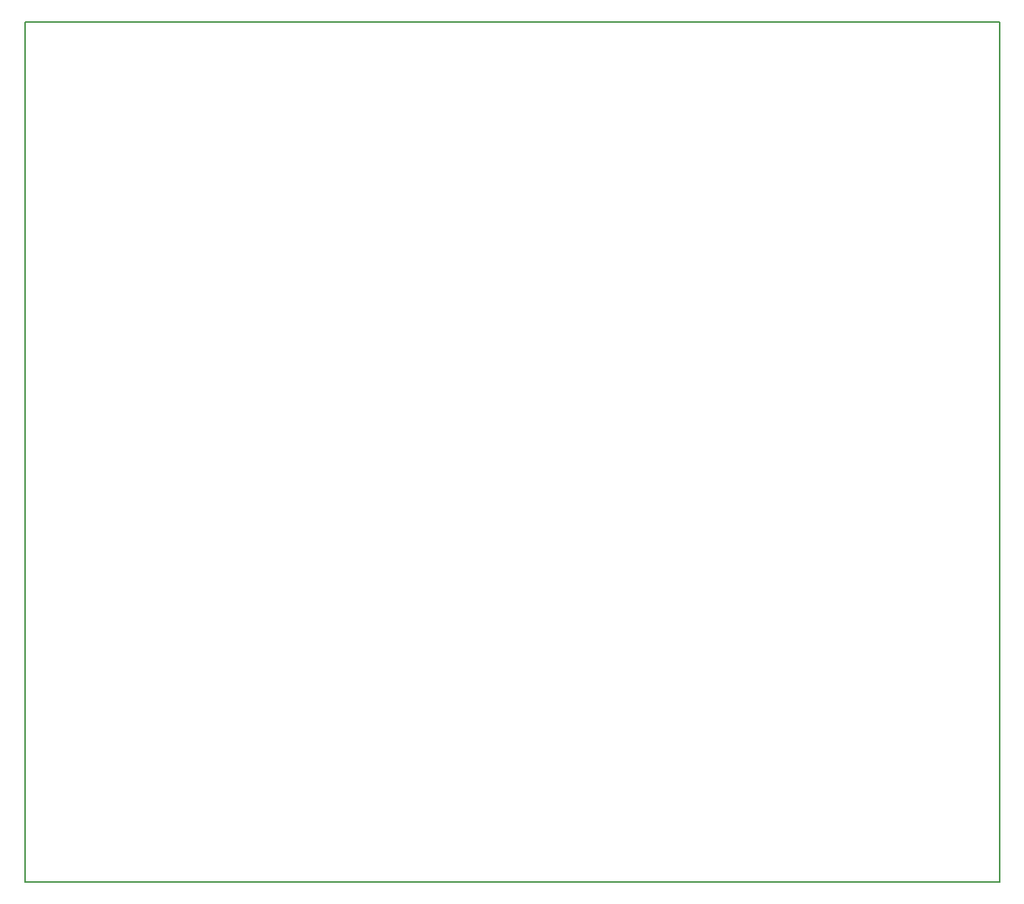
<source format=gbr>
G04 DipTrace 2.1.0.0*
%INBoard Outline.gbr*%
%MOIN*%
%ADD10C,0.01*%
%ADD11C,0.006*%
%ADD12C,0.003*%
%ADD13C,0.016*%
%ADD14C,0.008*%
%ADD15C,0.039*%
%ADD16C,0.012*%
%ADD17C,0.02*%
%ADD18C,0.06*%
%ADD19C,0.15*%
%ADD20C,0.05*%
%ADD21C,0.125*%
%ADD22C,0.1*%
%ADD23C,0.025*%
%ADD24C,0.013*%
%ADD25R,0.1063X0.063*%
%ADD26R,0.0591X0.0512*%
%ADD27R,0.0512X0.0591*%
%ADD28R,0.063X0.1063*%
%ADD29R,0.05X0.06*%
%ADD30R,0.06X0.05*%
%ADD31R,0.1X0.1*%
%ADD32R,0.0591X0.0591*%
%ADD33C,0.0591*%
%ADD34R,0.0827X0.0197*%
%ADD35R,0.0827X0.0591*%
%ADD36R,0.125X0.125*%
%ADD37C,0.1*%
%ADD38R,0.06X0.06*%
%ADD39R,0.071X0.14*%
%ADD40R,0.0551X0.0177*%
%ADD41R,0.0177X0.0551*%
%ADD42R,0.04X0.025*%
%ADD43R,0.012X0.065*%
%ADD44R,0.0827X0.0157*%
%ADD45R,0.09X0.056*%
%ADD46R,0.1X0.056*%
%ADD47R,0.0197X0.0827*%
%ADD48R,0.0591X0.0827*%
%ADD49R,0.0157X0.0827*%
%ADD50C,0.031*%
%ADD51C,0.019*%
%ADD52C,0.035*%
%ADD53C,0.095*%
%ADD54C,0.12*%
%ADD55C,0.11*%
%ADD56C,0.067*%
%ADD57C,0.0354*%
%ADD58C,0.063*%
%ADD59C,0.038*%
%ADD60C,0.023*%
%ADD61C,0.058*%
%ADD62C,0.042*%
%ADD63R,0.0237X0.0907*%
%ADD64R,0.0077X0.0747*%
%ADD65R,0.0671X0.0907*%
%ADD66R,0.0511X0.0747*%
%ADD67R,0.0277X0.0907*%
%ADD68R,0.0117X0.0747*%
%ADD69R,0.108X0.064*%
%ADD70R,0.092X0.048*%
%ADD71R,0.098X0.064*%
%ADD72R,0.082X0.048*%
%ADD73R,0.0907X0.0237*%
%ADD74R,0.0747X0.0077*%
%ADD75R,0.02X0.073*%
%ADD76R,0.004X0.057*%
%ADD77R,0.048X0.033*%
%ADD78R,0.032X0.017*%
%ADD79R,0.0257X0.0631*%
%ADD80R,0.0097X0.0471*%
%ADD81R,0.0631X0.0257*%
%ADD82R,0.0471X0.0097*%
%ADD83R,0.079X0.148*%
%ADD84R,0.063X0.132*%
%ADD85R,0.068X0.068*%
%ADD86R,0.052X0.052*%
%ADD87C,0.068*%
%ADD88C,0.052*%
%ADD89C,0.108*%
%ADD90C,0.092*%
%ADD91R,0.133X0.133*%
%ADD92R,0.117X0.117*%
%ADD93R,0.0907X0.0671*%
%ADD94R,0.0747X0.0511*%
%ADD95R,0.0907X0.0277*%
%ADD96R,0.0747X0.0117*%
%ADD97C,0.0671*%
%ADD98C,0.0511*%
%ADD99R,0.0671X0.0671*%
%ADD100R,0.0511X0.0511*%
%ADD101C,0.108*%
%ADD102C,0.092*%
%ADD103R,0.108X0.108*%
%ADD104R,0.092X0.092*%
%ADD105R,0.068X0.058*%
%ADD106R,0.052X0.042*%
%ADD107R,0.058X0.068*%
%ADD108R,0.042X0.052*%
%ADD109R,0.071X0.1143*%
%ADD110R,0.055X0.0983*%
%ADD111R,0.0592X0.0671*%
%ADD112R,0.0432X0.0511*%
%ADD113R,0.0671X0.0592*%
%ADD114R,0.0511X0.0432*%
%ADD115R,0.1143X0.071*%
%ADD116R,0.0983X0.055*%
%ADD117C,0.0062*%
%ADD118C,0.0124*%
%ADD119C,0.0077*%
%FSLAX44Y44*%
%SFA1B1*%
%OFA0B0*%
G04*
G70*
G90*
G75*
G01*
%LNBoardOutline*%
%LPD*%
X3940Y3940D2*
D11*
X46690D1*
Y41690D1*
X3940D1*
Y3940D1*
M02*

</source>
